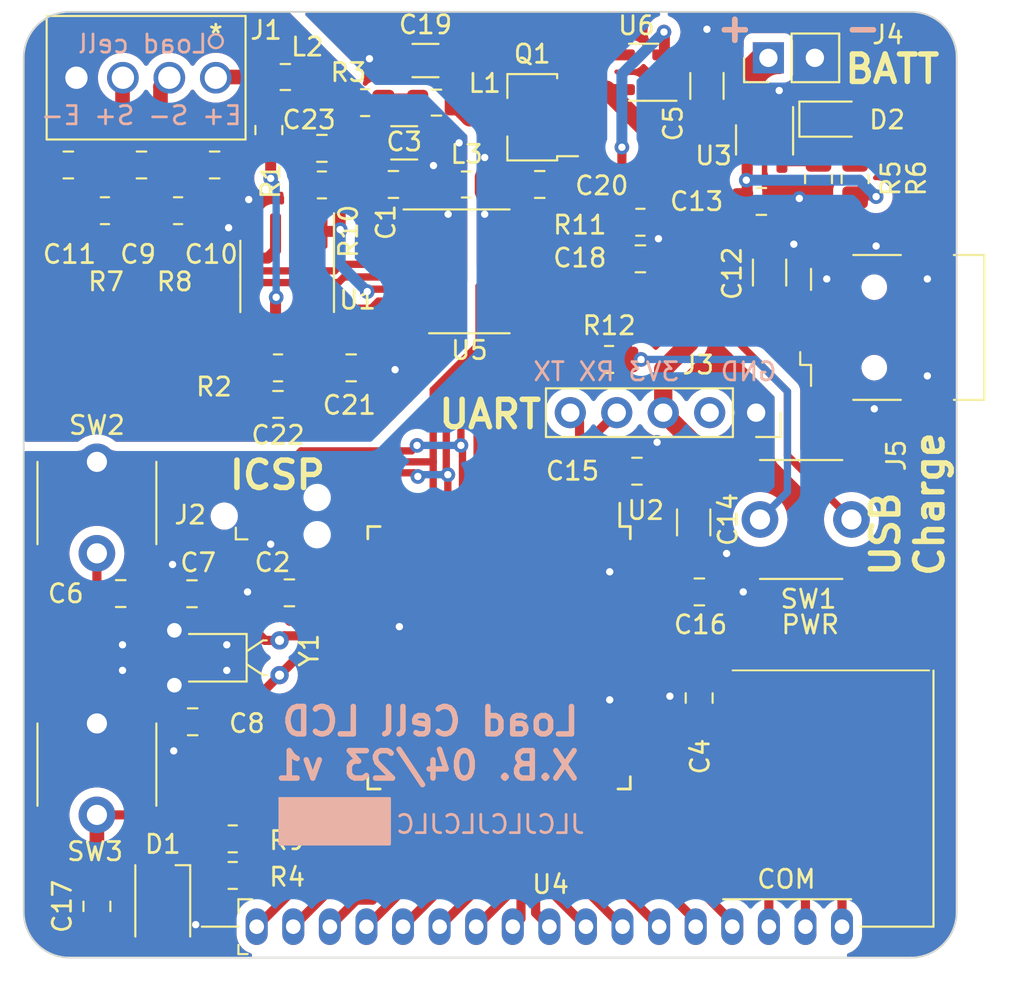
<source format=kicad_pcb>
(kicad_pcb (version 20221018) (generator pcbnew)
  (title_block (title "Load cell ctrl") (rev "v0") (company "Xavier Bourlot"))
  (layers (0 "F.Cu" signal) (31 "B.Cu" signal) (34 "B.Paste" user) (35 "F.Paste" user) (36 "B.SilkS" user "B.Silkscreen") (37 "F.SilkS" user "F.Silkscreen") (38 "B.Mask" user) (39 "F.Mask" user) (44 "Edge.Cuts" user))
  (net 0 "")
  (net 1 "+5V")
  (net 2 "+3.3V")
  (net 3 "GND")
  (net 4 "VDD")
  (net 5 "/Voutp")
  (net 6 "VDDA")
  (net 7 "GNDA")
  (net 8 "/Vfbp")
  (net 9 "/Vinn")
  (net 10 "/Vinp")
  (net 11 "/Vfbn")
  (net 12 "/Voutn")
  (net 30 "+BATT")
  (net 31 "/XT1")
  (net 32 "/XT2")
  (net 34 "/RX")
  (net 35 "/TX")
  (net 36 "/COM3")
  (net 37 "/COM2")
  (net 38 "/COM1")
  (net 39 "/COM0")
  (net 40 "Net-(D2-K)")
  (net 41 "Net-(D2-A)")
  (net 42 "Net-(L1-Pad1)")
  (net 43 "Net-(U3-PROG)")
  (net 47 "/Vinp_f")
  (net 48 "/Vinn_f")
  (net 49 "/Vlcdcap")
  (net 50 "/Aref")
  (net 51 "/SCK")
  (net 52 "/SEG12")
  (net 53 "/SEG11")
  (net 54 "/SEG10")
  (net 55 "/SEG9")
  (net 56 "/SEG8")
  (net 57 "/SEG7")
  (net 58 "/SEG6")
  (net 59 "/SEG5")
  (net 60 "/SEG4")
  (net 61 "/SEG3")
  (net 62 "/SEG2")
  (net 63 "/SEG1")
  (net 64 "/SEG0")
  (net 65 "/BTN0")
  (net 66 "/BTN1")
  (net 67 "Net-(D1-A1)")
  (net 68 "Net-(D1-A2)")
  (net 69 "/LED_1")
  (net 70 "/LED_0")
  (net 71 "/MISO")
  (net 72 "/~{RST}")
  (net 73 "/MOSI")
  (net 74 "/LC_SW")
  (net 75 "/PWR_en")
  (net 77 "/~{CSB}")
  (net 78 "/~{IRQ}")
  (net 80 "Net-(U6-~{SHDN})")
  (net 91 "Net-(J1-Pin_1)")
  (footprint "Capacitor_SMD:C_0805_2012Metric_Pad1.18x1.45mm_HandSolder" (layer "F.Cu") (at 102.21 35.935 180)
    (fp_text reference "C20")
    (fp_text value "100n")
  )
  (footprint "Capacitor_SMD:C_1206_3216Metric_Pad1.33x1.80mm_HandSolder" (layer "F.Cu") (at 110.625 54.41 -90)
    (fp_text reference "C14")
    (fp_text value "10u")
  )
  (footprint "Resistor_SMD:R_0805_2012Metric_Pad1.20x1.40mm_HandSolder" (layer "F.Cu") (at 87.4 32.96 -90)
    (fp_text reference "R1")
    (fp_text value "220")
  )
  (footprint "Capacitor_SMD:C_0805_2012Metric_Pad1.18x1.45mm_HandSolder" (layer "F.Cu") (at 83.235 65.31 180)
    (fp_text reference "C8")
    (fp_text value "DNP")
  )
  (footprint "Inductor_SMD:L_0805_2012Metric_Pad1.15x1.40mm_HandSolder" (layer "F.Cu") (at 96.5625 31.46)
    (fp_text reference "L1")
    (fp_text value "10u")
  )
  (footprint "Capacitor_SMD:C_0805_2012Metric_Pad1.18x1.45mm_HandSolder" (layer "F.Cu") (at 88.5225 58.26 180)
    (fp_text reference "C2")
    (fp_text value "100n")
  )
  (footprint "Capacitor_SMD:C_0805_2012Metric_Pad1.18x1.45mm_HandSolder" (layer "F.Cu") (at 87.9 47.96 180)
    (fp_text reference "C22")
    (fp_text value "10n")
  )
  (footprint "Resistor_SMD:R_0805_2012Metric_Pad1.20x1.40mm_HandSolder" (layer "F.Cu") (at 117.45 35.6375 -90)
    (fp_text reference "R5")
    (fp_text value "5k1")
  )
  (footprint "Connector:Tag-Connect_TC2030-IDC-NL_2x03_P1.27mm_Vertical" (layer "F.Cu") (at 87.5 54.065)
    (fp_text reference "J2")
    (fp_text value "ICSP_TagConnect")
  )
  (footprint "Package_TO_SOT_SMD:SOT-89-3_Handsoldering" (layer "F.Cu") (at 101.8 32.26 180)
    (fp_text reference "Q1")
    (fp_text value "Q_PMOS_GDS")
  )
  (footprint "Capacitor_SMD:C_0805_2012Metric_Pad1.18x1.45mm_HandSolder" (layer "F.Cu") (at 94.21 35.935)
    (fp_text reference "C1")
    (fp_text value "100n")
  )
  (footprint "Package_TO_SOT_SMD:SOT-23-5" (layer "F.Cu") (at 114.5 33.5 -90)
    (fp_text reference "U3")
    (fp_text value "MCP73831-2-OT")
  )
  (footprint "footprints:SW_PUSH_6mm_2pins" (layer "F.Cu") (at 80.25 64.4 -90)
    (fp_text reference "SW3")
    (fp_text value "BTN1")
  )
  (footprint "Connector_PinHeader_2.54mm:PinHeader_1x02_P2.54mm_Vertical" (layer "F.Cu") (at 114.71 29.0125 90)
    (fp_text reference "J4")
    (fp_text value "BATT")
  )
  (footprint "Capacitor_SMD:C_0805_2012Metric_Pad1.18x1.45mm_HandSolder" (layer "F.Cu") (at 78 75.4 -90)
    (fp_text reference "C17")
    (fp_text value "100n")
  )
  (footprint "Capacitor_SMD:C_0805_2012Metric_Pad1.18x1.45mm_HandSolder" (layer "F.Cu") (at 114.325 36.8625)
    (fp_text reference "C13")
    (fp_text value "100n")
  )
  (footprint "footprints:SW_PUSH_6mm_2pins" (layer "F.Cu") (at 113.25 52)
    (fp_text reference "SW1")
    (fp_text value "PWR")
  )
  (footprint "Capacitor_SMD:C_0805_2012Metric_Pad1.18x1.45mm_HandSolder" (layer "F.Cu") (at 107.7125 40)
    (fp_text reference "C18")
    (fp_text value "100n")
  )
  (footprint "Capacitor_SMD:C_0805_2012Metric_Pad1.18x1.45mm_HandSolder" (layer "F.Cu") (at 110.935 58.21)
    (fp_text reference "C16")
    (fp_text value "100n")
  )
  (footprint "Capacitor_SMD:C_0805_2012Metric_Pad1.18x1.45mm_HandSolder" (layer "F.Cu") (at 107.525 51.61)
    (fp_text reference "C15")
    (fp_text value "1u")
  )
  (footprint "Resistor_SMD:R_0805_2012Metric_Pad1.20x1.40mm_HandSolder" (layer "F.Cu") (at 90.3 35.96 180)
    (fp_text reference "R10")
    (fp_text value "47k")
  )
  (footprint "Capacitor_SMD:C_0805_2012Metric_Pad1.18x1.45mm_HandSolder" (layer "F.Cu") (at 91.9 45.96)
    (fp_text reference "C21")
    (fp_text value "100n")
  )
  (footprint "Package_SO:SOIC-8_3.9x4.9mm_P1.27mm" (layer "F.Cu") (at 88.4 40.96 -90)
    (fp_text reference "U1")
    (fp_text value "MCP6V67EMS")
  )
  (footprint "Resistor_SMD:R_0805_2012Metric_Pad1.20x1.40mm_HandSolder" (layer "F.Cu") (at 92.6625 31.46)
    (fp_text reference "R3")
    (fp_text value "10")
  )
  (footprint "Capacitor_SMD:C_0805_2012Metric_Pad1.18x1.45mm_HandSolder" (layer "F.Cu") (at 83.1975 58.31 180)
    (fp_text reference "C7")
    (fp_text value "DNP")
  )
  (footprint "Resistor_SMD:R_0805_2012Metric_Pad1.20x1.40mm_HandSolder" (layer "F.Cu") (at 87.9 45.96)
    (fp_text reference "R2")
    (fp_text value "47k")
  )
  (footprint "LED_SMD:LED_Cree-PLCC4_3.2x2.8mm_CCW" (layer "F.Cu") (at 81.6 75.1 -90)
    (fp_text reference "D1")
    (fp_text value "LED_Dual")
  )
  (footprint "Resistor_SMD:R_0805_2012Metric_Pad1.20x1.40mm_HandSolder" (layer "F.Cu") (at 78.4375 37.36875 180)
    (fp_text reference "R7")
    (fp_text value "220")
  )
  (footprint "Capacitor_SMD:C_1206_3216Metric_Pad1.33x1.80mm_HandSolder" (layer "F.Cu") (at 111.35 30.55 90)
    (fp_text reference "C5")
    (fp_text value "10u")
  )
  (footprint "Crystal:Crystal_C26-LF_D2.1mm_L6.5mm_Horizontal_1EP_style2" (layer "F.Cu") (at 87.985 60.86 -90)
    (fp_text reference "Y1")
    (fp_text value "DNP")
  )
  (footprint "footprints:GDC0570_LCD_6digits_2mmPitch" (layer "F.Cu") (at 102.735 76.51)
    (fp_text reference "U4")
    (fp_text value "GDC0570")
  )
  (footprint "Capacitor_SMD:C_1206_3216Metric_Pad1.33x1.80mm_HandSolder" (layer "F.Cu") (at 95.9625 29.16 180)
    (fp_text reference "C19")
    (fp_text value "10u")
  )
  (footprint "Resistor_SMD:R_0805_2012Metric_Pad1.20x1.40mm_HandSolder" (layer "F.Cu") (at 85.425 73.71 180)
    (fp_text reference "R4")
    (fp_text value "1k")
  )
  (footprint "Resistor_SMD:R_0805_2012Metric_Pad1.20x1.40mm_HandSolder" (layer "F.Cu") (at 107.7125 38)
    (fp_text reference "R11")
    (fp_text value "1Meg")
  )
  (footprint "Connector_PinSocket_2.54mm:PinSocket_1x05_P2.54mm_Vertical" (layer "F.Cu") (at 114.04 48.41 -90)
    (fp_text reference "J3")
    (fp_text value "UART")
  )
  (footprint "Capacitor_SMD:C_1206_3216Metric_Pad1.33x1.80mm_HandSolder" (layer "F.Cu") (at 114.775 40.75 90)
    (fp_text reference "C12")
    (fp_text value "10u")
  )
  (footprint "LED_SMD:LED_0805_2012Metric_Pad1.15x1.40mm_HandSolder" (layer "F.Cu") (at 118.2625 32.3625)
    (fp_text reference "D2")
    (fp_text value "CHG")
  )
  (footprint "Package_SO:TSSOP-20_4.4x6.5mm_P0.65mm" (layer "F.Cu") (at 98.3625 40.685)
    (fp_text reference "U5")
    (fp_text value "MCP3462")
  )
  (footprint "Inductor_SMD:L_0805_2012Metric_Pad1.15x1.40mm_HandSolder" (layer "F.Cu") (at 98.21 35.935)
    (fp_text reference "L3")
    (fp_text value "10u")
  )
  (footprint "Capacitor_SMD:C_0805_2012Metric_Pad1.18x1.45mm_HandSolder" (layer "F.Cu") (at 110.925 64.01 90)
    (fp_text reference "C4")
    (fp_text value "100n")
  )
  (footprint "Capacitor_SMD:C_0805_2012Metric_Pad1.18x1.45mm_HandSolder" (layer "F.Cu") (at 79.3 58.3)
    (fp_text reference "C6")
    (fp_text value "100n")
  )
  (footprint "Capacitor_SMD:C_0805_2012Metric_Pad1.18x1.45mm_HandSolder" (layer "F.Cu") (at 76.4375 34.86875)
    (fp_text reference "C11")
    (fp_text value "10n")
  )
  (footprint "Resistor_SMD:R_0805_2012Metric_Pad1.20x1.40mm_HandSolder" (layer "F.Cu") (at 85.425 71.71 180)
    (fp_text reference "R9")
    (fp_text value "1k")
  )
  (footprint "Connector_USB:USB_Mini-B_Wuerth_65100516121_Horizontal" (layer "F.Cu") (at 120.5 43.75 90)
    (fp_text reference "J5")
    (fp_text value "USB_B_Micro")
  )
  (footprint "Resistor_SMD:R_0805_2012Metric_Pad1.20x1.40mm_HandSolder" (layer "F.Cu") (at 106 45.5 180)
    (fp_text reference "R12")
    (fp_text value "47k")
  )
  (footprint "Package_QFP:TQFP-64_14x14mm_P0.8mm" (layer "F.Cu") (at 99.985 61.81 -90)
    (fp_text reference "U2")
    (fp_text value "ATmega169A-A")
  )
  (footprint "Package_TO_SOT_SMD:SOT-23-5" (layer "F.Cu") (at 107.8875 29.8 180)
    (fp_text reference "U6")
    (fp_text value "MCP1711")
  )
  (footprint "Capacitor_SMD:C_1206_3216Metric_Pad1.33x1.80mm_HandSolder" (layer "F.Cu") (at 94.8 33.66)
    (fp_text reference "C3")
    (fp_text value "10u")
  )
  (footprint "Resistor_SMD:R_0805_2012Metric_Pad1.20x1.40mm_HandSolder" (layer "F.Cu") (at 82.4375 37.36875)
    (fp_text reference "R8")
    (fp_text value "220")
  )
  (footprint "Inductor_SMD:L_0805_2012Metric_Pad1.15x1.40mm_HandSolder" (layer "F.Cu") (at 88.3 30.06)
    (fp_text reference "L2")
    (fp_text value "10u")
  )
  (footprint "Capacitor_SMD:C_0805_2012Metric_Pad1.18x1.45mm_HandSolder" (layer "F.Cu") (at 84.4375 34.86875)
    (fp_text reference "C10")
    (fp_text value "10n")
  )
  (footprint "footprints:282834-4" (layer "F.Cu") (at 84.5 30.1 180)
    (fp_text reference "J1")
    (fp_text value "Load cell")
  )
  (footprint "Capacitor_SMD:C_0805_2012Metric_Pad1.18x1.45mm_HandSolder" (layer "F.Cu") (at 80.4375 34.86875)
    (fp_text reference "C9")
    (fp_text value "100n")
  )
  (footprint "Resistor_SMD:R_0805_2012Metric_Pad1.20x1.40mm_HandSolder" (layer "F.Cu") (at 119.45 35.6375 90)
    (fp_text reference "R6")
    (fp_text value "1k")
  )
  (footprint "footprints:SW_PUSH_6mm_2pins" (layer "F.Cu") (at 80.25 50.1 -90)
    (fp_text reference "SW2")
    (fp_text value "BTN0")
  )
  (footprint "Capacitor_SMD:C_0805_2012Metric_Pad1.18x1.45mm_HandSolder" (layer "F.Cu") (at 90.3 33.96)
    (fp_text reference "C23")
    (fp_text value "10n")
  )
  (gr_rect (start 88 69.5) (end 94 72) (stroke (width 0.15)) (fill solid) (layer "B.SilkS"))
  (gr_line (start 123.5 62.5) (end 112.75 62.5) (stroke (width 0.1)) (layer "F.SilkS"))
  (gr_line (start 74 29) (end 74 75.7) (stroke (width 0.1)) (layer "Edge.Cuts"))
  (gr_line (start 76.5 26.5) (end 122.5 26.5) (stroke (width 0.1)) (layer "Edge.Cuts"))
  (gr_line (start 76.5 78.2) (end 122.5 78.2) (stroke (width 0.1)) (layer "Edge.Cuts"))
  (gr_arc (start 125 75.7) (mid 124.267767 77.467767) (end 122.5 78.2) (stroke (width 0.1)) (layer "Edge.Cuts"))
  (gr_arc (start 122.5 26.5) (mid 124.267767 27.232233) (end 125 29) (stroke (width 0.1)) (layer "Edge.Cuts"))
  (gr_arc (start 76.5 78.2) (mid 74.732233 77.467767) (end 74 75.7) (stroke (width 0.1)) (layer "Edge.Cuts"))
  (gr_line (start 125 75.7) (end 125 29) (stroke (width 0.1)) (layer "Edge.Cuts"))
  (gr_arc (start 74 29) (mid 74.732233 27.232233) (end 76.5 26.5) (stroke (width 0.1)) (layer "Edge.Cuts"))
  (gr_text "-" (at 118.75 28.25) (layer "B.SilkS") (effects (font (size 1.5 1.5) (thickness 0.3) bold) (justify left bottom)))
  (gr_text "GND   3V3 RX TX" (at 115.25 46.75) (layer "B.SilkS") (effects (font (size 1 1)) (justify left bottom mirror)))
  (gr_text "Load Cell LCD\nX.B. 04/23 v1" (at 104.5 66.5) (layer "B.SilkS") (effects (font (size 1.5 1.5) (thickness 0.3) bold) (justify left mirror)))
  (gr_text "+" (at 111.75 28.25) (layer "B.SilkS") (effects (font (size 1.5 1.5) (thickness 0.3) bold) (justify left bottom)))
  (gr_text "JLCJLCJLCJLC" (at 104.75 71.5) (layer "B.SilkS") (effects (font (size 1 1)) (justify left bottom mirror)))
  (gr_text "E+ S- S+ E-" (at 86 32.75) (layer "B.SilkS") (effects (font (size 1 1)) (justify left bottom mirror)))
  (gr_text "ICSP" (at 85.1 52.7) (layer "F.SilkS") (effects (font (size 1.5 1.5) (thickness 0.3) bold) (justify left bottom)))
  (gr_text "-" (at 118.75 28.25) (layer "F.SilkS") (effects (font (size 1.5 1.5) (thickness 0.3) bold) (justify left bottom)))
  (gr_text "COM" (at 114 74.5) (layer "F.SilkS") (effects (font (size 1 1)) (justify left bottom)))
  (gr_text "USB\nCharge" (at 124.4 57.5 90) (layer "F.SilkS") (effects (font (size 1.5 1.5) (thickness 0.3) bold) (justify left bottom)))
  (gr_text "+" (at 111.75 28.25) (layer "F.SilkS") (effects (font (size 1.5 1.5) (thickness 0.3) bold) (justify left bottom)))
  (gr_text "BATT" (at 118.75 30.5) (layer "F.SilkS") (effects (font (size 1.5 1.5) (thickness 0.3) bold) (justify left bottom)))
  (segment (start 117.9 45.35) (end 115.875 45.35) (width 0.5) (layer "F.Cu") (net 1))
  (segment (start 113.5 35.7) (end 113.55 35.75) (width 0.6) (layer "F.Cu") (net 1))
  (segment (start 112.5 37.65) (end 113.2875 36.8625) (width 0.8) (layer "F.Cu") (net 1))
  (segment (start 113.55 36.6) (end 113.2875 36.8625) (width 0.6) (layer "F.Cu") (net 1))
  (segment (start 114.775 42.3125) (end 114.775 44.25) (width 0.8) (layer "F.Cu") (net 1))
  (segment (start 113.55 35.65) (end 113.5 35.7) (width 0.6) (layer "F.Cu") (net 1))
  (segment (start 113.3125 42.3125) (end 112.5 41.5) (width 0.8) (layer "F.Cu") (net 1))
  (segment (start 112.5 41.5) (end 112.5 37.65) (width 0.8) (layer "F.Cu") (net 1))
  (segment (start 114.775 42.3125) (end 113.3125 42.3125) (width 0.8) (layer "F.Cu") (net 1))
  (segment (start 113.55 35.75) (end 113.55 36.6) (width 0.6) (layer "F.Cu") (net 1))
  (segment (start 113.55 34.6375) (end 113.55 35.65) (width 0.6) (layer "F.Cu") (net 1))
  (segment (start 114.775 44.25) (end 115.875 45.35) (width 0.8) (layer "F.Cu") (net 1))
  (segment (start 119.45 36.6375) (end 120.6 36.6) (width 0.4) (layer "F.Cu") (net 1))
  (via (at 113.5 35.7) (size 0.8) (drill 0.4) (layers "F.Cu" "B.Cu") (net 1))
  (via (at 120.6 36.6) (size 0.8) (drill 0.4) (layers "F.Cu" "B.Cu") (net 1))
  (segment (start 113.5 35.7) (end 119.7 35.7) (width 0.6) (layer "B.Cu") (net 1))
  (segment (start 119.7 35.7) (end 120.6 36.6) (width 0.6) (layer "B.Cu") (net 1))
  (segment (start 95.025 59.01) (end 104.625 59.01) (width 1) (layer "F.Cu") (net 2))
  (segment (start 92.285 59.01) (end 90.31 59.01) (width 0.5) (layer "F.Cu") (net 2))
  (segment (start 110.625 50.075) (end 110.625 52.8475) (width 1) (layer "F.Cu") (net 2))
  (segment (start 107.685 65.41) (end 110.5625 65.41) (width 0.5) (layer "F.Cu") (net 2))
  (segment (start 105.035 59.11) (end 105.035 56.61) (width 0.5) (layer "F.Cu") (net 2))
  (segment (start 104.625 59.01) (end 104.625 64.76) (width 1) (layer "F.Cu") (net 2))
  (segment (start 106.75 30.75) (end 104.26 30.75) (width 0.6) (layer "F.Cu") (net 2))
  (segment (start 107.685 55.7875) (end 110.625 52.8475) (width 0.5) (layer "F.Cu") (net 2))
  (segment (start 104.625 64.76) (end 105.325 65.46) (width 1) (layer "F.Cu") (net 2))
  (segment (start 107.685 55.81) (end 107.685 55.7875) (width 0.5) (layer "F.Cu") (net 2))
  (segment (start 110.4 35.3) (end 105.86 30.76) (width 1) (layer "F.Cu") (net 2))
  (segment (start 105.835 55.81) (end 107.685 55.81) (width 0.5) (layer "F.Cu") (net 2))
  (segment (start 108.96 48.41) (end 110.625 50.075) (width 1) (layer "F.Cu") (net 2))
  (segment (start 92.285 59.01) (end 95.025 59.01) (width 0.5) (layer "F.Cu") (net 2))
  (segment (start 86.9 56.6) (end 88.5 56.6) (width 0.6) (layer "F.Cu") (net 2))
  (segment (start 88.5 56.6) (end 89.56 57.66) (width 0.6) (layer "F.Cu") (net 2))
  (segment (start 108.96 46.04) (end 108.96 48.41) (width 1) (layer "F.Cu") (net 2))
  (segment (start 107.685 65.41) (end 105.635 65.41) (width 0.5) (layer "F.Cu") (net 2))
  (segment (start 86.23 54.7) (end 86.23 55.93) (width 0.6) (layer "F.Cu") (net 2))
  (segment (start 90.31 59.01) (end 89.56 58.26) (width 0.5) (layer "F.Cu") (net 2))
  (segment (start 105.86 30.76) (end 104.25 30.76) (width 1) (layer "F.Cu") (net 2))
  (segment (start 105.035 56.61) (end 105.835 55.81) (width 0.5) (layer "F.Cu") (net 2))
  (segment (start 110.4 44.6) (end 108.96 46.04) (width 1) (layer "F.Cu") (net 2))
  (segment (start 110.5625 65.41) (end 110.925 65.0475) (width 0.5) (layer "F.Cu") (net 2))
  (segment (start 89.56 57.66) (end 89.56 58.26) (width 0.6) (layer "F.Cu") (net 2))
  (segment (start 110.4 35.3) (end 110.4 44.6) (width 1) (layer "F.Cu") (net 2))
  (segment (start 104.26 30.75) (end 104.25 30.76) (width 0.6) (layer "F.Cu") (net 2))
  (segment (start 86.23 55.93) (end 86.9 56.6) (width 0.6) (layer "F.Cu") (net 2))
  (segment (start 120.6 39.3) (end 120.65 39.35) (width 1.5) (layer "F.Cu") (net 3))
  (segment (start 120.5 48.2) (end 120.45 48.15) (width 1.5) (layer "F.Cu") (net 3))
  (segment (start 115.25 30.75) (end 115.3 30.8) (width 0.6) (layer "F.Cu") (net 3))
  (segment (start 87.5 54.7) (end 87.5 55.6) (width 0.6) (layer "F.Cu") (net 3))
  (segment (start 116.4625 36.6375) (end 116.4 36.7) (width 0.6) (layer "F.Cu") (net 3))
  (segment (start 99.85 38.41) (end 99.235 37.795) (width 0.5) (layer "F.Cu") (net 3))
  (segment (start 101.1725 35.935) (end 99.235 35.935) (width 1) (layer "F.Cu") (net 3))
  (segment (start 120.45 48.15) (end 117.9 48.15) (width 1.5) (layer "F.Cu") (net 3))
  (segment (start 92.9 29.06) (end 94.3 29.06) (width 0.8) (layer "F.Cu") (net 3))
  (segment (start 117.25 30.214581) (end 117.25 29.0125) (width 0.8) (layer "F.Cu") (net 3))
  (segment (start 110.1875 56.61) (end 110.725 56.0725) (width 0.5) (layer "F.Cu") (net 3))
  (segment (start 116.0875 39.1875) (end 116.1 39.2) (width 0.8) (layer "F.Cu") (net 3))
  (segment (start 111.35 28.9875) (end 111.35 27.45) (width 0.8) (layer "F.Cu") (net 3))
  (segment (start 114.5 32.3625) (end 114.5 31.5) (width 0.6) (layer "F.Cu") (net 3))
  (segment (start 99.235 37.525) (end 99.235 35.935) (width 0.5) (layer "F.Cu") (net 3))
  (segment (start 108.525 51.6475) (end 108.5625 51.61) (width 0.5) (layer "F.Cu") (net 3))
  (segment (start 80.9 76.35) (end 78.0875 76.35) (width 0.8) (layer "F.Cu") (net 3))
  (segment (start 117.7375 39.1875) (end 117.9 39.35) (width 0.8) (layer "F.Cu") (net 3))
  (segment (start 123.4 48.15) (end 120.55 48.15) (width 1.5) (layer "F.Cu") (net 3))
  (segment (start 82.1975 63.3475) (end 82.235 63.31) (width 0.8) (layer "F.Cu") (net 3))
  (segment (start 116.4 36.7) (end 116.3375 36.6375) (width 0.6) (layer "F.Cu") (net 3))
  (segment (start 120.55 39.35) (end 120.6 39.3) (width 1.5) (layer "F.Cu") (net 3))
  (segment (start 108.75 40) (end 108.75 38.0375) (width 0.8) (layer "F.Cu") (net 3))
  (segment (start 80.3475 58.31) (end 80.3375 58.3) (width 0.8) (layer "F.Cu") (net 3))
  (segment (start 109.025 29.8) (end 110.5375 29.8) (width 0.6) (layer "F.Cu") (net 3))
  (segment (start 82.16 58.31) (end 80.3475 58.31) (width 0.8) (layer "F.Cu") (net 3))
  (segment (start 123.4 41.1) (end 123.4 46.4) (width 1.5) (layer "F.Cu") (net 3))
  (segment (start 99.235 37.795) (end 99.235 37.595) (width 0.5) (layer "F.Cu") (net 3))
  (segment (start 82.16 60.235) (end 82.235 60.31) (width 0.5) (layer "F.Cu") (net 3))
  (segment (start 92.285 59.81) (end 88.535 59.81) (width 0.5) (layer "F.Cu") (net 3))
  (segment (start 87.485 58.76) (end 87.485 58.26) (width 0.5) (layer "F.Cu") (net 3))
  (segment (start 106.135 64.21) (end 106.535 64.61) (width 0.5) (layer "F.Cu") (net 3))
  (segment (start 82.16 58.31) (end 82.135 56.71) (width 0.5) (layer "F.Cu") (net 3))
  (segment (start 88.535 59.81) (end 87.485 58.76) (width 0.5) (layer "F.Cu") (net 3))
  (segment (start 99.2 37.56) (end 99.235 37.525) (width 0.5) (layer "F.Cu") (net 3))
  (segment (start 107.685 56.61) (end 106.535 56.61) (width 0.5) (layer "F.Cu") (net 3))
  (segment (start 113.335 58.21) (end 111.9725 58.21) (width 0.5) (layer "F.Cu") (net 3))
  (segment (start 82.1975 66.8975) (end 82.2 66.9) (width 0.8) (layer "F.Cu") (net 3))
  (segment (start 106.535 56.61) (end 106.135 57.01) (width 0.5) (layer "F.Cu") (net 3))
  (segment (start 116.1125 39.1875) (end 117.7375 39.1875) (width 0.8) (layer "F.Cu") (net 3))
  (segment (start 107.685 56.61) (end 110.1875 56.61) (width 0.5) (layer "F.Cu") (net 3))
  (segment (start 116.664581 30.8) (end 117.25 30.214581) (width 0.8) (layer "F.Cu") (net 3))
  (segment (start 82.3 76.35) (end 83.35 76.35) (width 0.8) (layer "F.Cu") (net 3))
  (segment (start 112.425 56.11) (end 110.7625 56.11) (width 0.5) (layer "F.Cu") (net 3))
  (segment (start 108.7125 39.9625) (end 108.75 40) (width 0.5) (layer "F.Cu") (net 3))
  (segment (start 114.8875 39.075) (end 114.775 39.1875) (width 0.6) (layer "F.Cu") (net 3))
  (segment (start 106.135 57.01) (end 106.035 57.11) (width 0.5) (layer "F.Cu") (net 3))
  (segment (start 106.035 64.11) (end 106.135 64.21) (width 0.5) (layer "F.Cu") (net 3))
  (segment (start 101.225 38.41) (end 99.85 38.41) (width 0.5) (layer "F.Cu") (net 3))
  (segment (start 82.1975 65.31) (end 82.1975 66.8975) (width 0.8) (layer "F.Cu") (net 3))
  (segment (start 115.5875 36.6375) (end 115.3625 36.8625) (width 0.6) (layer "F.Cu") (net 3))
  (segment (start 83.35 76.35) (end 83.4 76.4) (width 0.8) (layer "F.Cu") (net 3))
  (segment (start 123.4 46.4) (end 123.4 48.15) (width 1.5) (layer "F.Cu") (net 3))
  (segment (start 78.0875 76.35) (end 78 76.4375) (width 0.8) (layer "F.Cu") (net 3))
  (segment (start 108.725 64.61) (end 109.325 64.01) (width 0.5) (layer "F.Cu") (net 3))
  (segment (start 107.685 64.61) (end 108.725 64.61) (width 0.5) (layer "F.Cu") (net 3))
  (segment (start 108.625 50.02875) (end 108.625 51.59125) (width 0.5) (layer "F.Cu") (net 3))
  (segment (start 94.3 29.06) (end 94.4 29.16) (width 0.8) (layer "F.Cu") (net 3))
  (segment (start 92.285 59.81) (end 94.235 59.81) (width 0.5) (layer "F.Cu") (net 3))
  (segment (start 110.5375 29.8) (end 111.35 28.9875) (width 0.6) (layer "F.Cu") (net 3))
  (segment (start 86.235 58.21) (end 86.185 58.26) (width 0.5) (layer "F.Cu") (net 3))
  (segment (start 117.9 42.15) (end 117.9 41.1) (width 0.5) (layer "F.Cu") (net 3))
  (segment (start 87.485 58.26) (end 86.235 58.21) (width 0.5) (layer "F.Cu") (net 3))
  (segment (start 82.135 56.71) (end 82.16 56.735) (width 0.5) (layer "F.Cu") (net 3))
  (segment (start 114.5 31.5) (end 115.25 30.75) (width 0.6) (layer "F.Cu") (net 3))
  (segment (start 116.3375 36.6375) (end 115.5875 36.6375) (width 0.6) (layer "F.Cu") (net 3))
  (segment (start 116.1 39.2) (end 116.1125 39.1875) (width 0.8) (layer "F.Cu") (net 3))
  (segment (start 99.2 34.46) (end 99.235 34.495) (width 0.8) (layer "F.Cu") (net 3))
  (segment (start 94.235 59.81) (end 94.535 60.11) (width 0.5) (layer "F.Cu") (net 3))
  (segment (start 123.4 39.35) (end 123.4 41.1) (width 1.5) (layer "F.Cu") (net 3))
  (segment (start 80.8125 76.4375) (end 80.9 76.35) (width 0.8) (layer "F.Cu") (net 3))
  (segment (start 106.035 57.11) (end 106.035 64.11) (width 0.5) (layer "F.Cu") (net 3))
  (segment (start 108.7 38.9) (end 108.7125 38.9125) (width 0.5) (layer "F.Cu") (net 3))
  (segment (start 117.9 41.1) (end 117.9 39.35) (width 0.5) (layer "F.Cu") (net 3))
  (segment (start 82.16 58.31) (end 82.16 60.235) (width 0.5) (layer "F.Cu") (net 3))
  (segment (start 99.235 35.935) (end 99.2 34.46) (width 0.8) (layer "F.Cu") (net 3))
  (segment (start 106.535 64.61) (end 107.685 64.61) (width 0.5) (layer "F.Cu") (net 3))
  (segment (start 117.9 39.35) (end 120.55 39.35) (width 1.5) (layer "F.Cu") (net 3))
  (segment (start 108.7125 38.8875) (end 108.7 38.9) (width 0.5) (layer "F.Cu") (net 3))
  (segment (start 117.25 30) (end 117.25 29.0125) (width 0.6) (layer "F.Cu") (net 3))
  (segment (start 110.2625 62.9725) (end 109.325 63.91) (width 0.5) (layer "F.Cu") (net 3))
  (segment (start 82.1975 65.31) (end 82.1975 63.3475) (width 0.8) (layer "F.Cu") (net 3))
  (segment (start 114.775 39.1875) (end 116.0875 39.1875) (width 0.8) (layer "F.Cu") (net 3))
  (segment (start 99.235 37.595) (end 99.2 37.56) (width 0.5) (layer "F.Cu") (net 3))
  (segment (start 80.9 76.35) (end 82.25 76.35) (width 0.8) (layer "F.Cu") (net 3))
  (segment (start 110.7625 56.11) (end 110.725 56.0725) (width 0.5) (layer "F.Cu") (net 3))
  (segment (start 108.75 38.0375) (end 108.7125 38) (width 0.8) (layer "F.Cu") (net 3))
  (segment (start 120.65 39.35) (end 123.4 39.35) (width 1.5) (layer "F.Cu") (net 3))
  (segment (start 117.45 36.6375) (end 116.4625 36.6375) (width 0.6) (layer "F.Cu") (net 3))
  (segment (start 120.55 48.15) (end 120.5 48.2) (width 1.5) (layer "F.Cu") (net 3))
  (segment (start 115.3 30.8) (end 116.664581 30.8) (width 0.8) (layer "F.Cu") (net 3))
  (segment (start 110.925 62.9725) (end 110.2625 62.9725) (width 0.5) (layer "F.Cu") (net 3))
  (via (at 106.035 57.11) (size 0.8) (drill 0.4) (layers "F.Cu" "B.Cu") (net 3))
  (via (at 99.2 34.46) (size 0.8) (drill 0.4) (layers "F.Cu" "B.Cu") (net 3))
  (via (at 116.1 39.2) (size 0.8) (drill 0.4) (layers "F.Cu" "B.Cu") (net 3))
  (via (at 112.425 56.11) (size 0.8) (drill 0.4) (layers "F.Cu" "B.Cu") (net 3))
  (via (at 106.035 64.11) (size 0.8) (drill 0.4) (layers "F.Cu" "B.Cu") (net 3))
  (via (at 79.4 62.5) (size 0.8) (drill 0.4) (layers "F.Cu" "B.Cu") (net 3))
  (via (at 99.2 37.56) (size 0.8) (drill 0.4) (layers "F.Cu" "B.Cu") (net 3))
  (via (at 108.625 50.02875) (size 0.8) (drill 0.4) (layers "F.Cu" "B.Cu") (net 3))
  (via (at 120.5 48.2) (size 0.8) (drill 0.4) (layers "F.Cu" "B.Cu") (net 3))
  (via (at 79.4 61.1) (size 0.8) (drill 0.4) (layers "F.Cu" "B.Cu") (net 3))
  (via (at 94.535 60.11) (size 0.8) (drill 0.4) (layers "F.Cu" "B.Cu") (net 3))
  (via (at 86.235 58.21) (size 0.8) (drill 0.4) (layers "F.Cu" "B.Cu") (net 3))
  (via (at 123.4 41.1) (size 0.8) (drill 0.4) (layers "F.Cu" "B.Cu") (net 3))
  (via (at 83.4 76.4) (size 0.8) (drill 0.4) (layers "F.Cu" "B.Cu") (net 3))
  (via (at 117.9 41.1) (size 0.8) (drill 0.4) (layers "F.Cu" "B.Cu") (net 3))
  (via (at 87.5 55.6) (size 0.8) (drill 0.4) (layers "F.Cu" "B.Cu") (net 3))
  (via (at 85.1 62.5) (size 0.8) (drill 0.4) (layers "F.Cu" "B.Cu") (net 3))
  (via (at 111.35 27.45) (size 0.8) (drill 0.4) (layers "F.Cu" "B.Cu") (net 3))
  (via (at 123.4 46.4) (size 0.8) (drill 0.4) (layers "F.Cu" "B.Cu") (net 3))
  (via (at 116.4 36.7) (size 0.8) (drill 0.4) (layers "F.Cu" "B.Cu") (net 3))
  (via (at 115.3 30.8) (size 0.8) (drill 0.4) (layers "F.Cu" "B.Cu") (net 3))
  (via (at 109.325 63.91) (size 0.8) (drill 0.4) (layers "F.Cu" "B.Cu") (net 3))
  (via (at 108.7 38.9) (size 0.8) (drill 0.4) (layers "F.Cu" "B.Cu") (net 3))
  (via (at 85.1 61.1) (size 0.8) (drill 0.4) (layers "F.Cu" "B.Cu") (net 3))
  (via (at 82.2 66.9) (size 0.8) (drill 0.4) (layers "F.Cu" "B.Cu") (net 3))
  (via (at 120.6 39.3) (size 0.8) (drill 0.4) (layers "F.Cu" "B.Cu") (net 3))
  (via (at 113.335 58.21) (size 0.8) (drill 0.4) (layers "F.Cu" "B.Cu") (net 3))
  (via (at 82.135 56.71) (size 0.8) (drill 0.4) (layers "F.Cu" "B.Cu") (net 3))
  (via (at 92.9 29.06) (size 0.8) (drill 0.4) (layers "F.Cu" "B.Cu") (net 3))
  (segment (start 101.8 34.406497) (end 101.8 33.06) (width 1) (layer "F.Cu") (net 4))
  (segment (start 97.5875 29.2225) (end 97.525 29.16) (width 1) (layer "F.Cu") (net 4))
  (segment (start 102.4 37.76) (end 103.2475 36.9125) (width 0.4) (layer "F.Cu") (net 4))
  (segment (start 97.5875 31.46) (end 97.5875 29.2225) (width 1) (layer "F.Cu") (net 4))
  (segment (start 97.5875 31.46) (end 98.3875 32.26) (width 1) (layer "F.Cu") (net 4))
  (segment (start 103.2475 35.935) (end 103.2475 35.853997) (width 1) (layer "F.Cu") (net 4))
  (segment (start 98.3875 32.26) (end 98.7 32.26) (width 1) (layer "F.Cu") (net 4))
  (segment (start 101.225 37.76) (end 102.4 37.76) (width 0.4) (layer "F.Cu") (net 4))
  (segment (start 103.2475 36.9125) (end 103.2475 35.935) (width 0.4) (layer "F.Cu") (net 4))
  (segment (start 103.2475 35.853997) (end 101.8 34.406497) (width 1) (layer "F.Cu") (net 4))
  (segment (start 89.035 43.435) (end 89.035 45.825) (width 0.6) (layer "F.Cu") (net 5))
  (segment (start 93.000707 42.7) (end 91.592178 42.7) (width 0.4) (layer "F.Cu") (net 5))
  (segment (start 88.9 45.96) (end 88.9 47.9225) (width 0.6) (layer "F.Cu") (net 5))
  (segment (start 88.9 47.9225) (end 88.9375 47.96) (width 0.6) (layer "F.Cu") (net 5))
  (segment (start 89.5005 41.9595) (end 90.851678 41.9595) (width 0.4) (layer "F.Cu") (net 5))
  (segment (start 91.592178 42.7) (end 90.851678 41.9595) (width 0.4) (layer "F.Cu") (net 5))
  (segment (start 89.035 45.825) (end 88.9 45.96) (width 0.6) (layer "F.Cu") (net 5))
  (segment (start 95.5 42.31) (end 93.390707 42.31) (width 0.4) (layer "F.Cu") (net 5))
  (segment (start 89.035 42.425) (end 89.5005 41.9595) (width 0.4) (layer "F.Cu") (net 5))
  (segment (start 89.035 43.435) (end 89.035 42.425) (width 0.4) (layer "F.Cu") (net 5))
  (segment (start 93.390707 42.31) (end 93.000707 42.7) (width 0.4) (layer "F.Cu") (net 5))
  (segment (start 89.6375 30.06) (end 89.325 30.06) (width 1) (layer "F.Cu") (net 6))
  (segment (start 95.5 39.71) (end 96.9 39.71) (width 0.4) (layer "F.Cu") (net 6))
  (segment (start 93.65 39.71) (end 93.1725 39.2325) (width 0.4) (layer "F.Cu") (net 6))
  (segment (start 91.5 44.16) (end 93.8 44.16) (width 0.8) (layer "F.Cu") (net 6))
  (segment (start 90.305 43.435) (end 90.305 45.4025) (width 0.6) (layer "F.Cu") (net 6))
  (segment (start 93.2375 35.87) (end 93.1725 35.935) (width 1) (layer "F.Cu") (net 6))
  (segment (start 93.2375 33.66) (end 89.6375 30.06) (width 1) (layer "F.Cu") (net 6))
  (segment (start 94.3 44.66) (end 96.5 44.66) (width 0.8) (layer "F.Cu") (net 6))
  (segment (start 93.1725 39.2325) (end 93.1725 37.76) (width 0.4) (layer "F.Cu") (net 6))
  (segment (start 90.8625 44.7975) (end 91.5 44.16) (width 0.8) (layer "F.Cu") (net 6))
  (segment (start 93.1725 37.76) (end 93.1725 35.935) (width 0.4) (layer "F.Cu") (net 6))
  (segment (start 93.8 44.16) (end 94.3 44.66) (width 0.8) (layer "F.Cu") (net 6))
  (segment (start 90.305 45.4025) (end 90.8625 45.96) (width 0.6) (layer "F.Cu") (net 6))
  (segment (start 93.2375 33.66) (end 93.2375 35.87) (width 1) (layer "F.Cu") (net 6))
  (segment (start 96.5 44.66) (end 97 44.16) (width 0.8) (layer "F.Cu") (net 6))
  (segment (start 95.5 39.71) (end 93.65 39.71) (width 0.4) (layer "F.Cu") (net 6))
  (segment (start 97 44.16) (end 97 39.96) (width 0.8) (layer "F.Cu") (net 6))
  (segment (start 90.8625 45.96) (end 90.8625 44.7975) (width 0.8) (layer "F.Cu") (net 6))
  (segment (start 95.5 37.76) (end 93.1725 37.76) (width 0.4) (layer "F.Cu") (net 6))
  (segment (start 93.1725 35.935) (end 93.1725 39.2325) (width 0.8) (layer "F.Cu") (net 6))
  (segment (start 95.2475 35.935) (end 96.3 35.935) (width 1) (layer "F.Cu") (net 7))
  (segment (start 97.8 33.66) (end 96.3625 33.66) (width 0.8) (layer "F.Cu") (net 7))
  (segment (start 86.495 36.955) (end 86.3 36.76) (width 0.6) (layer "F.Cu") (net 7))
  (segment (start 96.3625 35.8725) (end 96.3 35.935) (width 1) (layer "F.Cu") (net 7))
  (segment (start 86.495 38.485) (end 85.385 38.485) (width 0.6) (layer "F.Cu") (net 7))
  (segment (start 85.475 34.86875) (end 85.475 35.935) (width 0.8) (layer "F.Cu") (net 7))
  (segment (start 93.0375 46.06) (end 92.9375 45.96) (width 0.8) (layer "F.Cu") (net 7))
  (segment (start 97.2 37.56) (end 97.185 37.575) (width 1) (layer "F.Cu") (net 7))
  (segment (start 96.3625 33.66) (end 96.3625 34.8625) (width 1) (layer "F.Cu") (net 7))
  (segment (start 96.6 38.76) (end 95.2 38.76) (width 1) (layer "F.Cu") (net 7))
  (segment (start 96.3625 34.9375) (end 96.3625 35.8725) (width 1) (layer "F.Cu") (net 7))
  (segment (start 97.185 38.175) (end 96.6 38.76) (width 1) (layer "F.Cu") (net 7))
  (segment (start 75.4 31.58) (end 76.88 30.1) (width 0.8) (layer "F.Cu") (net 7))
  (segment (start 86.495 38.485) (end 86.495 36.955) (width 0.6) (layer "F.Cu") (net 7))
  (segment (start 94.3 46.06) (end 93.0375 46.06) (width 0.8) (layer "F.Cu") (net 7))
  (segment (start 85.385 38.485) (end 85.2 38.3) (width 0.6) (layer "F.Cu") (net 7))
  (segment (start 96.3 35.935) (end 97.185 35.935) (width 1) (layer "F.Cu") (net 7))
  (segment (start 75.4 34.86875) (end 75.4 31.58) (width 0.8) (layer "F.Cu") (net 7))
  (segment (start 97.185 35.935) (end 97.185 37.545) (width 1) (layer "F.Cu") (net 7))
  (segment (start 85.475 35.935) (end 86.3 36.76) (width 0.8) (layer "F.Cu") (net 7))
  (segment (start 97.185 37.545) (end 97.2 37.56) (width 1) (layer "F.Cu") (net 7))
  (segment (start 96.4 34.9) (end 96.3625 34.9375) (width 1) (layer "F.Cu") (net 7))
  (segment (start 97.185 37.575) (end 97.185 38.175) (width 1) (layer "F.Cu") (net 7))
  (segment (start 96.3625 34.8625) (end 96.4 34.9) (width 1) (layer "F.Cu") (net 7))
  (via (at 97.2 37.56) (size 0.8) (drill 0.4) (layers "F.Cu" "B.Cu") (net 7))
  (via (at 97.8 33.66) (size 0.8) (drill 0.4) (layers "F.Cu" "B.Cu") (net 7))
  (via (at 94.3 46.06) (size 0.8) (drill 0.4) (layers "F.Cu" "B.Cu") (net 7))
  (via (at 86.3 36.76) (size 0.8) (drill 0.4) (layers "F.Cu" "B.Cu") (net 7))
  (via (at 85.2 38.3) (size 0.8) (drill 0.4) (layers "F.Cu" "B.Cu") (net 7))
  (via (at 96.4 34.9) (size 0.8) (drill 0.4) (layers "F.Cu" "B.Cu") (net 7))
  (segment (start 87.765 44.395) (end 86.9 45.26) (width 0.6) (layer "F.Cu") (net 8))
  (segment (start 87.5 34.06) (end 87.4 33.96) (width 0.6) (layer "F.Cu") (net 8))
  (segment (start 86.8625 47.96) (end 86.8625 45.9975) (width 0.6) (layer "F.Cu") (net 8))
  (segment (start 87.8 42.1) (end 87.765 42.165) (width 0.4) (layer "F.Cu") (net 8))
  (segment (start 87.765 43.435) (end 87.765 44.395) (width 0.6) (layer "F.Cu") (net 8))
  (segment (start 87.5 35.6) (end 87.5 34.06) (width 0.6) (layer "F.Cu") (net 8))
  (segment (start 86.8625 45.9975) (end 86.9 45.96) (width 0.6) (layer "F.Cu") (net 8))
  (segment (start 87.765 42.135) (end 87.8 42.1) (width 0.6) (layer "F.Cu") (net 8))
  (segment (start 87.765 43.435) (end 87.765 42.135) (width 0.6) (layer "F.Cu") (net 8))
  (segment (start 86.9 45.26) (end 86.9 45.96) (width 0.6) (layer "F.Cu") (net 8))
  (via (at 87.5 35.6) (size 0.8) (drill 0.4) (layers "F.Cu" "B.Cu") (net 8))
  (via (at 87.8 42.1) (size 0.8) (drill 0.4) (layers "F.Cu" "B.Cu") (net 8))
  (segment (start 87.8 35.9) (end 87.5 35.6) (width 0.4) (layer "B.Cu") (net 8))
  (segment (start 87.8 42.1) (end 87.8 35.9) (width 0.4) (layer "B.Cu") (net 8))
  (segment (start 82.859501 40.659501) (end 81.4375 39.2375) (width 0.4) (layer "F.Cu") (net 9))
  (segment (start 95.5 40.36) (end 93.307822 40.36) (width 0.4) (layer "F.Cu") (net 9))
  (segment (start 93.307822 40.36) (end 93.248322 40.3005) (width 0.4) (layer "F.Cu") (net 9))
  (segment (start 81.475 34.86875) (end 81.475 30.585) (width 0.8) (layer "F.Cu") (net 9))
  (segment (start 81.4375 39.2375) (end 81.4375 37.36875) (width 0.4) (layer "F.Cu") (net 9))
  (segment (start 81.475 30.585) (end 81.96 30.1) (width 0.8) (layer "F.Cu") (net 9))
  (segment (start 93.248322 40.3005) (end 91.351678 40.3005) (width 0.4) (layer "F.Cu") (net 9))
  (segment (start 83.4 34.86875) (end 81.475 34.86875) (width 0.8) (layer "F.Cu") (net 9))
  (segment (start 81.4375 34.90625) (end 81.475 34.86875) (width 0.8) (layer "F.Cu") (net 9))
  (segment (start 90.992677 40.659501) (end 82.859501 40.659501) (width 0.4) (layer "F.Cu") (net 9))
  (segment (start 91.351678 40.3005) (end 90.992677 40.659501) (width 0.4) (layer "F.Cu") (net 9))
  (segment (start 81.4375 37.36875) (end 81.4375 34.90625) (width 0.8) (layer "F.Cu") (net 9))
  (segment (start 91.508089 40.991911) (end 91.2 41.3) (width 0.4) (layer "F.Cu") (net 10))
  (segment (start 81.1 41.3) (end 79.4375 39.6375) (width 0.4) (layer "F.Cu") (net 10))
  (segment (start 79.4375 39.6375) (end 79.4375 37.36875) (width 0.4) (layer "F.Cu") (net 10))
  (segment (start 77.475 34.86875) (end 79.4 34.86875) (width 0.8) (layer "F.Cu") (net 10))
  (segment (start 79.4 37.33125) (end 79.4375 37.36875) (width 0.8) (layer "F.Cu") (net 10))
  (segment (start 91.2 41.3) (end 81.1 41.3) (width 0.4) (layer "F.Cu") (net 10))
  (segment (start 79.4 30.12) (end 79.42 30.1) (width 0.8) (layer "F.Cu") (net 10))
  (segment (start 79.4 34.86875) (end 79.4 30.12) (width 0.8) (layer "F.Cu") (net 10))
  (segment (start 77.6575 34.68625) (end 77.475 34.86875) (width 1) (layer "F.Cu") (net 10))
  (segment (start 95.481911 40.991911) (end 91.508089 40.991911) (width 0.4) (layer "F.Cu") (net 10))
  (segment (start 95.5 41.01) (end 95.481911 40.991911) (width 0.4) (layer "F.Cu") (net 10))
  (segment (start 79.4 34.86875) (end 79.4 37.33125) (width 0.8) (layer "F.Cu") (net 10))
  (segment (start 89.035 36.225) (end 89.3 35.96) (width 0.6) (layer "F.Cu") (net 11))
  (segment (start 89.2625 33.96) (end 89.2625 35.9225) (width 0.6) (layer "F.Cu") (net 11))
  (segment (start 89.2625 33.0225) (end 89.2625 33.96) (width 0.6) (layer "F.Cu") (net 11))
  (segment (start 88.2 31.96) (end 89.2625 33.0225) (width 0.6) (layer "F.Cu") (net 11))
  (segment (start 87.4 31.96) (end 88.2 31.96) (width 0.6) (layer "F.Cu") (net 11))
  (segment (start 89.035 38.485) (end 89.035 36.225) (width 0.6) (layer "F.Cu") (net 11))
  (segment (start 89.2625 35.9225) (end 89.3 35.96) (width 0.6) (layer "F.Cu") (net 11))
  (segment (start 93.09 41.66) (end 92.75 42) (width 0.4) (layer "F.Cu") (net 12))
  (segment (start 91.3 35.96) (end 91.3 38.4) (width 0.6) (layer "F.Cu") (net 12))
  (segment (start 91.3375 33.96) (end 91.3375 35.9225) (width 0.6) (layer "F.Cu") (net 12))
  (segment (start 91.3375 35.9225) (end 91.3 35.96) (width 0.6) (layer "F.Cu") (net 12))
  (segment (start 91.3 38.5) (end 90.32 38.5) (width 0.6) (layer "F.Cu") (net 12))
  (segment (start 90.32 38.5) (end 90.305 38.485) (width 0.6) (layer "F.Cu") (net 12))
  (segment (start 91.3 38.4) (end 91.3 38.5) (width 0.6) (layer "F.Cu") (net 12))
  (segment (start 95.5 41.66) (end 93.09 41.66) (width 0.4) (layer "F.Cu") (net 12))
  (via (at 92.778631 41.791411) (size 0.8) (drill 0.4) (layers "F.Cu" "B.Cu") (net 12))
  (via (at 91.3 38.4) (size 0.8) (drill 0.4) (layers "F.Cu" "B.Cu") (net 12))
  (segment (start 91.3 40.31278) (end 92.778631 41.791411) (width 0.6) (layer "B.Cu") (net 12))
  (segment (start 91.3 38.4) (end 91.3 40.31278) (width 0.6) (layer "B.Cu") (net 12))
  (segment (start 111.35 42.85) (end 115.75 47.25) (width 0.4) (layer "F.Cu") (net 30))
  (segment (start 113.55 30.1725) (end 114.71 29.0125) (width 0.6) (layer "F.Cu") (net 30))
  (segment (start 115.75 47.25) (end 115.75 50.75) (width 0.4) (layer "F.Cu") (net 30))
  (segment (start 113.55 32.3625) (end 113.55 30.1725) (width 0.6) (layer "F.Cu") (net 30))
  (segment (start 111.6 32.3625) (end 111.35 32.1125) (width 0.6) (layer "F.Cu") (net 30))
  (segment (start 109.9875 30.75) (end 111.35 32.1125) (width 0.6) (layer "F.Cu") (net 30))
  (segment (start 109.025 30.75) (end 109.9875 30.75) (width 0.6) (layer "F.Cu") (net 30))
  (segment (start 115.75 50.75) (end 119.25 54.25) (width 0.4) (layer "F.Cu") (net 30))
  (segment (start 111.35 32.1125) (end 111.35 42.85) (width 0.4) (layer "F.Cu") (net 30))
  (segment (start 113.55 32.3625) (end 111.6 32.3625) (width 0.6) (layer "F.Cu") (net 30))
  (segment (start 89.335 61.41) (end 87.985 62.76) (width 0.5) (layer "F.Cu") (net 31))
  (segment (start 92.285 61.41) (end 89.335 61.41) (width 0.5) (layer "F.Cu") (net 31))
  (segment (start 84.2725 65.31) (end 85.435 65.31) (width 0.5) (layer "F.Cu") (net 31))
  (segment (start 85.435 65.31) (end 87.985 62.76) (width 0.5) (layer "F.Cu") (net 31))
  (segment (start 92.285 60.61) (end 88.235 60.61) (width 0.5) (layer "F.Cu") (net 32))
  (segment (start 84.635 58.31) (end 84.235 58.31) (width 0.5) (layer "F.Cu") (net 32))
  (segment (start 87.985 60.86) (end 87.185 60.86) (width 0.5) (layer "F.Cu") (net 32))
  (segment (start 87.185 60.86) (end 84.635 58.31) (width 0.5) (layer "F.Cu") (net 32))
  (segment (start 88.235 60.61) (end 87.985 60.86) (width 0.5) (layer "F.Cu") (net 32))
  (segment (start 105.185 49.645) (end 106.42 48.41) (width 0.5) (layer "F.Cu") (net 34))
  (segment (start 105.185 54.11) (end 105.185 49.645) (width 0.5) (layer "F.Cu") (net 34))
  (segment (start 104.385 54.11) (end 104.385 48.915) (width 0.5) (layer "F.Cu") (net 35))
  (segment (start 112.735 76.26) (end 105.985 69.51) (width 0.5) (layer "F.Cu") (net 36))
  (segment (start 112.735 76.51) (end 112.735 76.26) (width 0.5) (layer "F.Cu") (net 36))
  (segment (start 114.735 76.51) (end 114.735 74.86) (width 0.5) (layer "F.Cu") (net 37))
  (segment (start 114.735 74.86) (end 107.685 67.81) (width 0.5) (layer "F.Cu") (net 37))
  (segment (start 116.735 75.01) (end 108.735 67.01) (width 0.5) (layer "F.Cu") (net 38))
  (segment (start 108.735 67.01) (end 107.685 67.01) (width 0.5) (layer "F.Cu") (net 38))
  (segment (start 116.735 76.51) (end 116.735 75.01) (width 0.5) (layer "F.Cu") (net 38))
  (segment (start 118.735 76.51) (end 118.735 75.01) (width 0.5) (layer "F.Cu") (net 39))
  (segment (start 118.735 75.01) (end 109.935 66.21) (width 0.5) (layer "F.Cu") (net 39))
  (segment (start 109.935 66.21) (end 107.685 66.21) (width 0.5) (layer "F.Cu") (net 39))
  (segment (start 115.45 32.3625) (end 117.2375 32.3625) (width 0.6) (layer "F.Cu") (net 40))
  (segment (start 119.45 32.525) (end 119.2875 32.3625) (width 0.6) (layer "F.Cu") (net 41))
  (segment (start 119.45 34.6375) (end 119.45 32.525) (width 0.6) (layer "F.Cu") (net 41))
  (segment (start 93.6625 31.46) (end 95.5375 31.46) (width 1) (layer "F.Cu") (net 42))
  (segment (start 115.45 34.6375) (end 117.45 34.6375) (width 0.6) (layer "F.Cu") (net 43))
  (segment (start 86.495 43.435) (end 80.835 43.435) (width 0.6) (layer "F.Cu") (net 47))
  (segment (start 77.4375 40.0375) (end 77.4375 37.36875) (width 0.6) (layer "F.Cu") (net 47))
  (segment (start 80.835 43.435) (end 77.4375 40.0375) (width 0.6) (layer "F.Cu") (net 47))
  (segment (start 84.56 39.96) (end 87.34 39.96) (width 0.6) (layer "F.Cu") (net 48))
  (segment (start 87.34 39.96) (end 87.765 39.535) (width 0.6) (layer "F.Cu") (net 48))
  (segment (start 87.765 39.535) (end 87.765 38.485) (width 0.6) (layer "F.Cu") (net 48))
  (segment (start 83.4375 38.8375) (end 84.56 39.96) (width 0.6) (layer "F.Cu") (net 48))
  (segment (start 83.4375 37.36875) (end 83.4375 38.8375) (width 0.6) (layer "F.Cu") (net 48))
  (segment (start 105.985 54.11) (end 105.985 52.1125) (width 0.5) (layer "F.Cu") (net 49))
  (segment (start 105.985 52.1125) (end 106.4875 51.61) (width 0.5) (layer "F.Cu") (net 49))
  (segment (start 109.0975 57.41) (end 109.8975 58.21) (width 0.5) (layer "F.Cu") (net 50))
  (segment (start 107.685 57.41) (end 109.0975 57.41) (width 0.5) (layer "F.Cu") (net 50))
  (segment (start 97.985 50.285) (end 97.9 50.2) (width 0.4) (layer "F.Cu") (net 51))
  (segment (start 97.9 50.2) (end 97.9 47.351412) (width 0.4) (layer "F.Cu") (net 51))
  (segment (start 95.2 50.5) (end 95.5 50.2) (width 0.4) (layer "F.Cu") (net 51))
  (segment (start 100.0875 45.163912) (end 100.0875 42.002893) (width 0.4) (layer "F.Cu") (net 51))
  (segment (start 100.0875 42.002893) (end 100.430393 41.66) (width 0.4) (layer "F.Cu") (net 51))
  (segment (start 97.985 54.11) (end 97.985 50.285) (width 0.4) (layer "F.Cu") (net 51))
  (segment (start 89.16 50.5) (end 95.2 50.5) (width 0.4) (layer "F.Cu") (net 51))
  (segment (start 86.23 53.43) (end 89.16 50.5) (width 0.4) (layer "F.Cu") (net 51))
  (segment (start 97.9 47.351412) (end 100.0875 45.163912) (width 0.4) (layer "F.Cu") (net 51))
  (segment (start 100.430393 41.66) (end 101.225 41.66) (width 0.4) (layer "F.Cu") (net 51))
  (via (at 97.9 50.2) (size 0.8) (drill 0.4) (layers "F.Cu" "B.Cu") (net 51))
  (via (at 95.5 50.2) (size 0.8) (drill 0.4) (layers "F.Cu" "B.Cu") (net 51))
  (segment (start 95.5 50.2) (end 97.9 50.2) (width 0.4) (layer "B.Cu") (net 51))
  (segment (start 92.484758 73.660998) (end 89.584002 73.660998) (width 0.5) (layer "F.Cu") (net 52))
  (segment (start 89.584002 73.660998) (end 86.735 76.51) (width 0.5) (layer "F.Cu") (net 52))
  (segment (start 95.585 70.560756) (end 92.484758 73.660998) (width 0.5) (layer "F.Cu") (net 52))
  (segment (start 95.585 69.51) (end 95.585 70.560756) (width 0.5) (layer "F.Cu") (net 52))
  (segment (start 96.385 69.51) (end 96.385 70.75) (width 0.5) (layer "F.Cu") (net 53))
  (segment (start 96.385 70.75) (end 92.774501 74.360499) (width 0.5) (layer "F.Cu") (net 53))
  (segment (start 92.774501 74.360499) (end 90.884501 74.360499) (width 0.5) (layer "F.Cu") (net 53))
  (segment (start 90.884501 74.360499) (end 88.735 76.51) (width 0.5) (layer "F.Cu") (net 53))
  (segment (start 97.185 70.939949) (end 93.064949 75.06) (width 0.5) (layer "F.Cu") (net 54))
  (segment (start 93.064949 75.06) (end 92.185 75.06) (width 0.5) (layer "F.Cu") (net 54))
  (segment (start 97.185 69.51) (end 97.185 70.939949) (width 0.5) (layer "F.Cu") (net 54))
  (segment (start 92.185 75.06) (end 90.735 76.51) (width 0.5) (layer "F.Cu") (net 54))
  (segment (start 97.985 71.26) (end 92.735 76.51) (width 0.5) (layer "F.Cu") (net 55))
  (segment (start 97.985 69.51) (end 97.985 71.26) (width 0.5) (layer "F.Cu") (net 55))
  (segment (start 98.785 69.51) (end 98.785 72.46) (width 0.5) (layer "F.Cu") (net 56))
  (segment (start 98.785 72.46) (end 94.735 76.51) (width 0.5) (layer "F.Cu") (net 56))
  (segment (start 99.585 73.66) (end 96.735 76.51) (width 0.5) (layer "F.Cu") (net 57))
  (segment (start 99.585 69.51) (end 99.585 73.66) (width 0.5) (layer "F.Cu") (net 57))
  (segment (start 100.385 74.86) (end 98.735 76.51) (width 0.5) (layer "F.Cu") (net 58))
  (segment (start 100.385 69.51) (end 100.385 74.86) (width 0.5) (layer "F.Cu") (net 58))
  (segment (start 101.185 69.51) (end 101.185 76.06) (width 0.5) (layer "F.Cu") (net 59))
  (segment (start 101.185 76.06) (end 100.735 76.51) (width 0.5) (layer "F.Cu") (net 59))
  (segment (start 101.985 75.76) (end 102.735 76.51) (width 0.5) (layer "F.Cu") (net 60))
  (segment (start 101.985 69.51) (end 101.985 75.76) (width 0.5) (layer "F.Cu") (net 60))
  (segment (start 102.785 74.56) (end 104.735 76.51) (width 0.5) (layer "F.Cu") (net 61))
  (segment (start 102.785 69.51) (end 102.785 74.56) (width 0.5) (layer "F.Cu") (net 61))
  (segment (start 103.585 69.51) (end 103.585 73.36) (width 0.5) (layer "F.Cu") (net 62))
  (segment (start 103.585 73.36) (end 106.735 76.51) (width 0.5) (layer "F.Cu") (net 62))
  (segment (start 104.385 72.16) (end 108.735 76.51) (width 0.5) (layer "F.Cu") (net 63))
  (segment (start 104.385 69.51) (end 104.385 72.16) (width 0.5) (layer "F.Cu") (net 63))
  (segment (start 105.185 70.635) (end 110.735 76.185) (width 0.5) (layer "F.Cu") (net 64))
  (segment (start 105.185 69.51) (end 105.185 70.635) (width 0.5) (layer "F.Cu") (net 64))
  (segment (start 110.735 76.185) (end 110.735 76.51) (width 0.5) (layer "F.Cu") (net 64))
  (segment (start 75.8 62) (end 78 59.8) (width 0.5) (layer "F.Cu") (net 65))
  (segment (start 78 59.8) (end 78 56.1) (width 0.5) (layer "F.Cu") (net 65))
  (segment (start 87.99 65.41) (end 85.5 67.9) (width 0.5) (layer "F.Cu") (net 65))
  (segment (start 75.8 66.5) (end 75.8 62) (width 0.5) (layer "F.Cu") (net 65))
  (segment (start 92.285 65.41) (end 87.99 65.41) (width 0.5) (layer "F.Cu") (net 65))
  (segment (start 85.5 67.9) (end 77.2 67.9) (width 0.5) (layer "F.Cu") (net 65))
  (segment (start 77.2 67.9) (end 75.8 66.5) (width 0.5) (layer "F.Cu") (net 65))
  (segment (start 89.925 66.21) (end 92.285 66.21) (width 0.5) (layer "F.Cu") (net 66))
  (segment (start 78 70.4) (end 85.735 70.4) (width 0.5) (layer "F.Cu") (net 66))
  (segment (start 78 74.3625) (end 78 70.4) (width 0.8) (layer "F.Cu") (net 66))
  (segment (start 85.735 70.4) (end 89.925 66.21) (width 0.5) (layer "F.Cu") (net 66))
  (segment (start 82.44 73.71) (end 82.3 73.85) (width 0.8) (layer "F.Cu") (net 67))
  (segment (start 84.425 73.71) (end 82.44 73.71) (width 0.8) (layer "F.Cu") (net 67))
  (segment (start 80.9 72.5) (end 80.9 73.85) (width 0.8) (layer "F.Cu") (net 68))
  (segment (start 84.425 71.71) (end 81.69 71.71) (width 0.8) (layer "F.Cu") (net 68))
  (segment (start 81.69 71.71) (end 80.9 72.5) (width 0.8) (layer "F.Cu") (net 68))
  (segment (start 92.285 68.35) (end 92.285 67.81) (width 0.5) (layer "F.Cu") (net 69))
  (segment (start 86.925 73.71) (end 92.285 68.35) (width 0.5) (layer "F.Cu") (net 69))
  (segment (start 86.425 73.71) (end 86.925 73.71) (width 0.5) (layer "F.Cu") (net 69))
  (segment (start 91.125 67.01) (end 86.425 71.71) (width 0.5) (layer "F.Cu") (net 70))
  (segment (start 92.285 67.01) (end 91.125 67.01) (width 0.5) (layer "F.Cu") (net 70))
  (segment (start 96.3845 51.0995) (end 96.385 51.1) (width 0.4) (layer "F.Cu") (net 71))
  (segment (start 87.5 53.43) (end 87.5 53.007822) (width 0.4) (layer "F.Cu") (net 71))
  (segment (start 98.888498 41.504133) (end 100.032631 40.36) (width 0.4) (layer "F.Cu") (net 71))
  (segment (start 96.385 54.11) (end 96.385 51.1) (width 0.4) (layer "F.Cu") (net 71))
  (segment (start 96.385 51.1) (end 96.385 50.3) (width 0.4) (layer "F.Cu") (net 71))
  (segment (start 87.5 53.007822) (end 89.408321 51.099501) (width 0.4) (layer "F.Cu") (net 71))
  (segment (start 96.385 50.3) (end 96.385 47.170062) (width 0.4) (layer "F.Cu") (net 71))
  (segment (start 98.888498 44.666564) (end 98.888498 41.504133) (width 0.4) (layer "F.Cu") (net 71))
  (segment (start 89.408321 51.099501) (end 96.3845 51.0995) (width 0.4) (layer "F.Cu") (net 71))
  (segment (start 96.385 47.170062) (end 98.888498 44.666564) (width 0.4) (layer "F.Cu") (net 71))
  (segment (start 100.032631 40.36) (end 101.225 40.36) (width 0.4) (layer "F.Cu") (net 71))
  (segment (start 90.935 58.21) (end 90.9 58.175) (width 0.6) (layer "F.Cu") (net 72))
  (segment (start 90.9 57.7) (end 88.77 55.57) (width 0.6) (layer "F.Cu") (net 72))
  (segment (start 88.77 55.57) (end 88.77 54.7) (width 0.6) (layer "F.Cu") (net 72))
  (segment (start 90.9 58.175) (end 90.9 57.7) (width 0.6) (layer "F.Cu") (net 72))
  (segment (start 92.285 58.21) (end 90.935 58.21) (width 0.6) (layer "F.Cu") (net 72))
  (segment (start 88.77 53.43) (end 88.77 52.873225) (width 0.4) (layer "F.Cu") (net 73))
  (segment (start 99.487999 44.914885) (end 97.1 47.302884) (width 0.4) (layer "F.Cu") (net 73))
  (segment (start 100.232571 41.01) (end 99.487999 41.754572) (width 0.4) (layer "F.Cu") (net 73))
  (segment (start 88.77 52.873225) (end 89.944223 51.699002) (width 0.4) (layer "F.Cu") (net 73))
  (segment (start 89.944223 51.699002) (end 95.345254 51.699002) (width 0.4) (layer "F.Cu") (net 73))
  (segment (start 97.1 51.715) (end 97.185 51.8) (width 0.4) (layer "F.Cu") (net 73))
  (segment (start 101.225 41.01) (end 100.232571 41.01) (width 0.4) (layer "F.Cu") (net 73))
  (segment (start 95.345254 51.699002) (end 95.545252 51.899) (width 0.4) (layer "F.Cu") (net 73))
  (segment (start 97.185 54.11) (end 97.185 51.8) (width 0.4) (layer "F.Cu") (net 73))
  (segment (start 97.1 47.302884) (end 97.1 51.715) (width 0.4) (layer "F.Cu") (net 73))
  (segment (start 99.487999 41.754572) (end 99.487999 44.914885) (width 0.4) (layer "F.Cu") (net 73))
  (via (at 95.545252 51.899) (size 0.8) (drill 0.4) (layers "F.Cu" "B.Cu") (net 73))
  (via (at 97.185 51.8) (size 0.8) (drill 0.4) (layers "F.Cu" "B.Cu") (net 73))
  (segment (start 96.885 51.8) (end 95.644252 51.8) (width 0.4) (layer "B.Cu") (net 73))
  (segment (start 95.644252 51.8) (end 95.545252 51.899) (width 0.4) (layer "B.Cu") (net 73))
  (segment (start 104.75 34.26) (end 104.75 43.671512) (width 0.5) (layer "F.Cu") (net 74))
  (segment (start 104.75 43.671512) (end 100.385 48.036512) (width 0.5) (layer "F.Cu") (net 74))
  (segment (start 100.385 48.036512) (end 100.385 54.11) (width 0.5) (layer "F.Cu") (net 74))
  (segment (start 104.25 33.76) (end 104.75 34.26) (width 0.5) (layer "F.Cu") (net 74))
  (segment (start 101.185 48.425756) (end 104.110756 45.5) (width 0.5) (layer "F.Cu") (net 75))
  (segment (start 101.185 54.11) (end 101.185 48.425756) (width 0.5) (layer "F.Cu") (net 75))
  (segment (start 104.110756 45.5) (end 105 45.5) (width 0.5) (layer "F.Cu") (net 75))
  (segment (start 102.3625 42.3625) (end 102.31 42.31) (width 0.4) (layer "F.Cu") (net 77))
  (segment (start 98.785 47.728735) (end 102.3625 44.151235) (width 0.4) (layer "F.Cu") (net 77))
  (segment (start 102.31 42.31) (end 101.225 42.31) (width 0.4) (layer "F.Cu") (net 77))
  (segment (start 102.3625 44.151235) (end 102.3625 42.3625) (width 0.4) (layer "F.Cu") (net 77))
  (segment (start 98.785 54.11) (end 98.785 47.728735) (width 0.4) (layer "F.Cu") (net 77))
  (segment (start 99.585 47.815) (end 103 44.4) (width 0.4) (layer "F.Cu") (net 78))
  (segment (start 99.585 54.11) (end 99.585 47.815) (width 0.4) (layer "F.Cu") (net 78))
  (segment (start 103 40.4) (end 102.31 39.71) (width 0.4) (layer "F.Cu") (net 78))
  (segment (start 102.31 39.71) (end 101.225 39.71) (width 0.4) (layer "F.Cu") (net 78))
  (segment (start 103 44.4) (end 103 40.4) (width 0.4) (layer "F.Cu") (net 78))
  (segment (start 106.675 38.0375) (end 106.7125 38) (width 0.5) (layer "F.Cu") (net 80))
  (segment (start 109.025 27.625) (end 109 27.6) (width 0.6) (layer "F.Cu") (net 80))
  (segment (start 106.7 33.9) (end 106.7 37.9875) (width 0.5) (layer "F.Cu") (net 80))
  (segment (start 107 45.5) (end 107 43.4) (width 0.5) (layer "F.Cu") (net 80))
  (segment (start 106.675 40) (end 106.675 43.075) (width 0.5) (layer "F.Cu") (net 80))
  (segment (start 106.675 40) (end 106.675 38.0375) (width 0.5) (layer "F.Cu") (net 80))
  (segment (start 106.7 37.9875) (end 106.7125 38) (width 0.5) (layer "F.Cu") (net 80))
  (segment (start 109.025 28.85) (end 109.025 27.625) (width 0.6) (layer "F.Cu") (net 80))
  (segment (start 107 43.4) (end 106.675 43.075) (width 0.5) (layer "F.Cu") (net 80))
  (via (at 106.7 33.9) (size 0.8) (drill 0.4) (layers "F.Cu" "B.Cu") (net 80))
  (via (at 109 27.6) (size 0.8) (drill 0.4) (layers "F.Cu" "B.Cu") (net 80))
  (via (at 107.75 45.5) (size 0.8) (drill 0.4) (layers "F.Cu" "B.Cu") (net 80))
  (segment (start 106.7 29.9) (end 109 27.6) (width 0.6) (layer "B.Cu") (net 80))
  (segment (start 114 45.5) (end 107.75 45.5) (width 0.4) (layer "B.Cu") (net 80))
  (segment (start 114.25 54.25) (end 115.75 52.75) (width 0.4) (layer "B.Cu") (net 80))
  (segment (start 115.75 52.75) (end 115.75 47.25) (width 0.4) (layer "B.Cu") (net 80))
  (segment (start 115.75 47.25) (end 114 45.5) (width 0.4) (layer "B.Cu") (net 80))
  (segment (start 106.7 33.9) (end 106.7 29.9) (width 0.6) (layer "B.Cu") (net 80))
  (segment (start 84.54 30.06) (end 84.5 30.1) (width 0.8) (layer "F.Cu") (net 91))
  (segment (start 87.275 30.06) (end 84.54 30.06) (width 0.8) (layer "F.Cu") (net 91))
  (zone (net 30) (net_name "+BATT") (layer "F.Cu") (priority 2) (connect_pads yes (clearance 0.5)) (min_thickness 0.25) (fill yes (thermal_gap 0.5) (thermal_bridge_width 0.5))
    (polygon (pts (xy 114 33) (xy 110.5 33) (xy 108.5 31.5) (xy 108.5 30.5) (xy 112 30.5) (xy 114 28.5) (xy 115.5 28.5) (xy 115.5 30) (xy 114 31.5)))
  )
  (zone (net 7) (net_name "GNDA") (layers "F&B.Cu") (priority 1) (connect_pads yes (clearance 0.5)) (min_thickness 0.25) (fill yes (thermal_gap 0.5) (thermal_bridge_width 0.5))
    (polygon (pts (xy 98.25 44.75) (xy 98.25 33.25) (xy 96 31) (xy 93 31) (xy 88.5 26.5) (xy 74 26.5) (xy 73.9 50) (xy 93 50)))
  )
  (zone (net 3) (net_name "GND") (layers "F&B.Cu") (connect_pads yes (clearance 0.5)) (min_thickness 0.25) (fill yes (thermal_gap 0.5) (thermal_bridge_width 0.5))
    (polygon (pts (xy 74 78.2) (xy 125 78.2) (xy 125 26.5) (xy 74 26.5)))
  )
)
</source>
